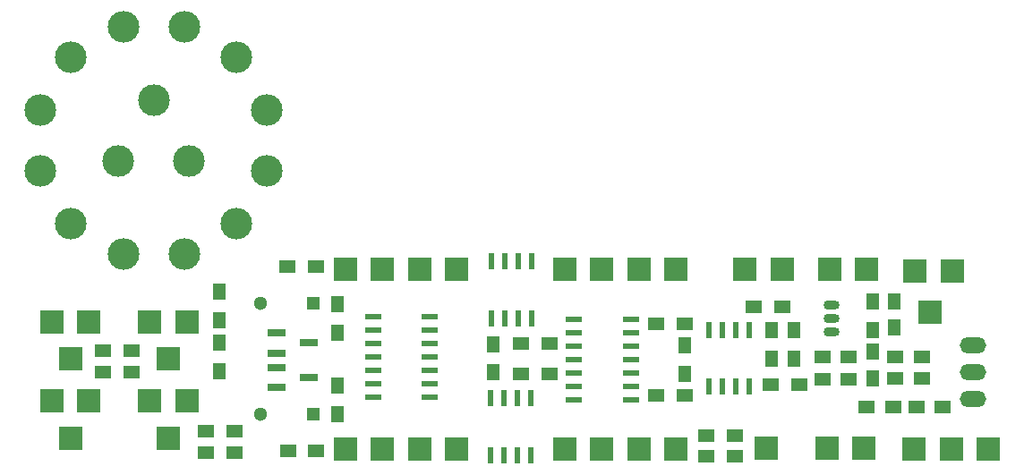
<source format=gts>
G04 #@! TF.FileFunction,Soldermask,Top*
%FSLAX46Y46*%
G04 Gerber Fmt 4.6, Leading zero omitted, Abs format (unit mm)*
G04 Created by KiCad (PCBNEW (2015-04-22 BZR 5620)-product) date 07/05/2015 20:43:11*
%MOMM*%
G01*
G04 APERTURE LIST*
%ADD10C,0.100000*%
%ADD11R,2.235200X2.235200*%
%ADD12R,1.300000X1.300000*%
%ADD13C,1.300000*%
%ADD14R,1.500000X1.250000*%
%ADD15R,1.250000X1.500000*%
%ADD16R,1.800860X0.800100*%
%ADD17R,1.500000X1.300000*%
%ADD18R,1.300000X1.500000*%
%ADD19O,3.000000X3.000000*%
%ADD20C,3.000000*%
%ADD21R,0.600000X1.550000*%
%ADD22R,1.500000X0.600000*%
%ADD23O,1.501140X0.899160*%
%ADD24O,2.499360X1.501140*%
G04 APERTURE END LIST*
D10*
D11*
X103500000Y-70750000D03*
X94250000Y-70750000D03*
D12*
X119000000Y-69000000D03*
D13*
X114000000Y-69000000D03*
D12*
X119000000Y-79500000D03*
D13*
X114000000Y-79500000D03*
D14*
X176000000Y-78800000D03*
X178500000Y-78800000D03*
X171300000Y-78800000D03*
X173800000Y-78800000D03*
X167100000Y-74100000D03*
X169600000Y-74100000D03*
D15*
X173900000Y-71300000D03*
X173900000Y-68800000D03*
D14*
X169600000Y-76200000D03*
X167100000Y-76200000D03*
X174000000Y-74100000D03*
X176500000Y-74100000D03*
D15*
X171900000Y-73600000D03*
X171900000Y-76100000D03*
D14*
X174000000Y-76100000D03*
X176500000Y-76100000D03*
D16*
X115497720Y-71800000D03*
X115497720Y-73700000D03*
X118500000Y-72750000D03*
X115497720Y-75050000D03*
X115497720Y-76950000D03*
X118500000Y-76000000D03*
D11*
X96000000Y-74250000D03*
X107000000Y-78250000D03*
X105250000Y-81750000D03*
X97750000Y-70750000D03*
X103500000Y-78250000D03*
X105250000Y-74250000D03*
X107000000Y-70750000D03*
X96000000Y-81750000D03*
X94250000Y-78250000D03*
X97750000Y-78250000D03*
X179300000Y-82800000D03*
X182800000Y-82800000D03*
X175800000Y-82800000D03*
X177300000Y-69800000D03*
X171030000Y-82740000D03*
X159800000Y-65760000D03*
X122000000Y-82750000D03*
X122000000Y-65750000D03*
X142750000Y-82750000D03*
X142750000Y-65750000D03*
X163300000Y-65760000D03*
X167540000Y-82740000D03*
X129000000Y-65750000D03*
X132500000Y-65750000D03*
X125500000Y-65750000D03*
X129000000Y-82750000D03*
X132500000Y-82750000D03*
X125500000Y-82750000D03*
X167800000Y-65800000D03*
X179400000Y-65900000D03*
X161800000Y-82700000D03*
X175900000Y-65900000D03*
X171300000Y-65800000D03*
X146250000Y-65750000D03*
X153250000Y-82750000D03*
X146250000Y-82750000D03*
X149750000Y-65750000D03*
X153250000Y-65750000D03*
X149750000Y-82750000D03*
D17*
X116500000Y-65500000D03*
X119200000Y-65500000D03*
X116550000Y-83000000D03*
X119250000Y-83000000D03*
D18*
X121250000Y-79500000D03*
X121250000Y-76800000D03*
X121250000Y-69050000D03*
X121250000Y-71750000D03*
X162300000Y-71500000D03*
X162300000Y-74200000D03*
D17*
X163300000Y-69300000D03*
X160600000Y-69300000D03*
D18*
X164400000Y-74200000D03*
X164400000Y-71500000D03*
D17*
X162250000Y-76700000D03*
X164950000Y-76700000D03*
D18*
X171900000Y-68800000D03*
X171900000Y-71500000D03*
D17*
X141300000Y-72800000D03*
X138600000Y-72800000D03*
X141300000Y-75700000D03*
X138600000Y-75700000D03*
X158800000Y-81500000D03*
X156100000Y-81500000D03*
X158800000Y-83500000D03*
X156100000Y-83500000D03*
X154100000Y-77700000D03*
X151400000Y-77700000D03*
X154100000Y-70900000D03*
X151400000Y-70900000D03*
D18*
X136000000Y-72850000D03*
X136000000Y-75550000D03*
X154100000Y-72950000D03*
X154100000Y-75650000D03*
D19*
X100985333Y-64308885D03*
X96009339Y-61435994D03*
X93136448Y-56460000D03*
X93136448Y-50714218D03*
X96009339Y-45738224D03*
X100985333Y-42865333D03*
X106731115Y-42865333D03*
X111707109Y-45738224D03*
X114580000Y-50714218D03*
X114580000Y-56460000D03*
X111707109Y-61435994D03*
X106731115Y-64308885D03*
D20*
X103858224Y-49737109D03*
X100524026Y-55512109D03*
X107192422Y-55512109D03*
D21*
X160205000Y-71500000D03*
X158935000Y-71500000D03*
X157665000Y-71500000D03*
X156395000Y-71500000D03*
X156395000Y-76900000D03*
X157665000Y-76900000D03*
X158935000Y-76900000D03*
X160205000Y-76900000D03*
D22*
X149000000Y-78120000D03*
X149000000Y-76850000D03*
X149000000Y-75580000D03*
X149000000Y-74310000D03*
X149000000Y-73040000D03*
X149000000Y-71770000D03*
X149000000Y-70500000D03*
X143600000Y-70500000D03*
X143600000Y-71770000D03*
X143600000Y-73040000D03*
X143600000Y-74310000D03*
X143600000Y-75580000D03*
X143600000Y-76850000D03*
X143600000Y-78120000D03*
X124600000Y-70250000D03*
X124600000Y-71520000D03*
X124600000Y-72790000D03*
X124600000Y-74060000D03*
X124600000Y-75330000D03*
X124600000Y-76600000D03*
X124600000Y-77870000D03*
X130000000Y-77870000D03*
X130000000Y-76600000D03*
X130000000Y-75330000D03*
X130000000Y-74060000D03*
X130000000Y-72790000D03*
X130000000Y-71520000D03*
X130000000Y-70250000D03*
D23*
X168000000Y-70430000D03*
X168000000Y-71700000D03*
X168000000Y-69160000D03*
D21*
X135690000Y-83400000D03*
X136960000Y-83400000D03*
X138230000Y-83400000D03*
X139500000Y-83400000D03*
X139500000Y-78000000D03*
X138230000Y-78000000D03*
X136960000Y-78000000D03*
X135690000Y-78000000D03*
X139655000Y-65050000D03*
X138385000Y-65050000D03*
X137115000Y-65050000D03*
X135845000Y-65050000D03*
X135845000Y-70450000D03*
X137115000Y-70450000D03*
X138385000Y-70450000D03*
X139655000Y-70450000D03*
D24*
X181400000Y-75540000D03*
X181400000Y-73000000D03*
X181400000Y-78080000D03*
D17*
X101800000Y-73500000D03*
X99100000Y-73500000D03*
X111500000Y-83100000D03*
X108800000Y-83100000D03*
X99100000Y-75500000D03*
X101800000Y-75500000D03*
X108800000Y-81100000D03*
X111500000Y-81100000D03*
D18*
X110100000Y-75400000D03*
X110100000Y-72700000D03*
X110100000Y-67900000D03*
X110100000Y-70600000D03*
M02*

</source>
